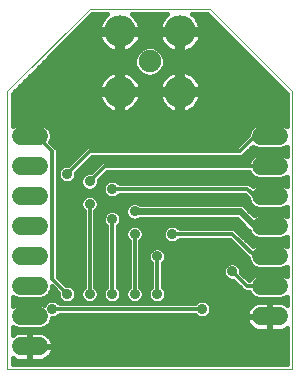
<source format=gbl>
G75*
%MOIN*%
%OFA0B0*%
%FSLAX25Y25*%
%IPPOS*%
%LPD*%
%AMOC8*
5,1,8,0,0,1.08239X$1,22.5*
%
%ADD10C,0.00000*%
%ADD11C,0.06000*%
%ADD12C,0.07500*%
%ADD13C,0.10500*%
%ADD14C,0.01600*%
%ADD15C,0.03562*%
%ADD16C,0.01200*%
%ADD17C,0.02400*%
D10*
X0001800Y0001800D02*
X0001800Y0094300D01*
X0029300Y0121800D01*
X0069300Y0121800D01*
X0096800Y0094300D01*
X0096800Y0001800D01*
X0001800Y0001800D01*
D11*
X0006300Y0009300D02*
X0012300Y0009300D01*
X0012300Y0019300D02*
X0006300Y0019300D01*
X0006300Y0029300D02*
X0012300Y0029300D01*
X0012300Y0039300D02*
X0006300Y0039300D01*
X0006300Y0049300D02*
X0012300Y0049300D01*
X0012300Y0059300D02*
X0006300Y0059300D01*
X0006300Y0069300D02*
X0012300Y0069300D01*
X0012300Y0079300D02*
X0006300Y0079300D01*
X0086300Y0079300D02*
X0092300Y0079300D01*
X0092300Y0069300D02*
X0086300Y0069300D01*
X0086300Y0059300D02*
X0092300Y0059300D01*
X0092300Y0049300D02*
X0086300Y0049300D01*
X0086300Y0039300D02*
X0092300Y0039300D01*
X0092300Y0029300D02*
X0086300Y0029300D01*
X0086300Y0019300D02*
X0092300Y0019300D01*
D12*
X0049300Y0104300D03*
D13*
X0059339Y0094261D03*
X0059339Y0114339D03*
X0039261Y0114339D03*
X0039261Y0094261D03*
D14*
X0038461Y0094514D02*
X0004559Y0094514D01*
X0003600Y0093554D02*
X0030046Y0120000D01*
X0035058Y0120000D01*
X0034603Y0119651D01*
X0033949Y0118997D01*
X0033387Y0118264D01*
X0032925Y0117464D01*
X0032571Y0116610D01*
X0032332Y0115717D01*
X0032256Y0115139D01*
X0038461Y0115139D01*
X0038461Y0113539D01*
X0032256Y0113539D01*
X0032332Y0112961D01*
X0032571Y0112068D01*
X0032925Y0111214D01*
X0033387Y0110414D01*
X0033949Y0109681D01*
X0034603Y0109027D01*
X0035336Y0108465D01*
X0036136Y0108002D01*
X0036990Y0107649D01*
X0037883Y0107410D01*
X0038461Y0107333D01*
X0038461Y0113539D01*
X0040061Y0113539D01*
X0040061Y0115139D01*
X0046267Y0115139D01*
X0046190Y0115717D01*
X0045951Y0116610D01*
X0045598Y0117464D01*
X0045135Y0118264D01*
X0044573Y0118997D01*
X0043919Y0119651D01*
X0043464Y0120000D01*
X0055136Y0120000D01*
X0054681Y0119651D01*
X0054027Y0118997D01*
X0053465Y0118264D01*
X0053002Y0117464D01*
X0052649Y0116610D01*
X0052410Y0115717D01*
X0052333Y0115139D01*
X0058539Y0115139D01*
X0058539Y0113539D01*
X0060139Y0113539D01*
X0060139Y0115139D01*
X0066344Y0115139D01*
X0066268Y0115717D01*
X0066029Y0116610D01*
X0065675Y0117464D01*
X0065213Y0118264D01*
X0064651Y0118997D01*
X0063997Y0119651D01*
X0063542Y0120000D01*
X0068554Y0120000D01*
X0095000Y0093554D01*
X0095000Y0082681D01*
X0094736Y0082945D01*
X0093155Y0083600D01*
X0085445Y0083600D01*
X0083864Y0082945D01*
X0082655Y0081736D01*
X0082000Y0080155D01*
X0082000Y0079687D01*
X0078513Y0076200D01*
X0028513Y0076200D01*
X0027400Y0075087D01*
X0022194Y0069881D01*
X0021187Y0069881D01*
X0020055Y0069412D01*
X0019188Y0068545D01*
X0018719Y0067413D01*
X0018719Y0066187D01*
X0019188Y0065055D01*
X0020055Y0064188D01*
X0021187Y0063719D01*
X0022413Y0063719D01*
X0023545Y0064188D01*
X0024412Y0065055D01*
X0024881Y0066187D01*
X0024881Y0067194D01*
X0030087Y0072400D01*
X0080087Y0072400D01*
X0081200Y0073513D01*
X0083603Y0075916D01*
X0083864Y0075655D01*
X0085445Y0075000D01*
X0093155Y0075000D01*
X0094736Y0075655D01*
X0095000Y0075919D01*
X0095000Y0072681D01*
X0094736Y0072945D01*
X0093155Y0073600D01*
X0085445Y0073600D01*
X0083864Y0072945D01*
X0082655Y0071736D01*
X0082433Y0071200D01*
X0033513Y0071200D01*
X0032400Y0070087D01*
X0029694Y0067381D01*
X0028687Y0067381D01*
X0027555Y0066912D01*
X0026688Y0066045D01*
X0026219Y0064913D01*
X0026219Y0063687D01*
X0026688Y0062555D01*
X0027555Y0061688D01*
X0028687Y0061219D01*
X0029913Y0061219D01*
X0031045Y0061688D01*
X0031912Y0062555D01*
X0032381Y0063687D01*
X0032381Y0064694D01*
X0035087Y0067400D01*
X0082433Y0067400D01*
X0082655Y0066864D01*
X0083864Y0065655D01*
X0085445Y0065000D01*
X0093155Y0065000D01*
X0094736Y0065655D01*
X0095000Y0065919D01*
X0095000Y0062681D01*
X0094736Y0062945D01*
X0093155Y0063600D01*
X0085445Y0063600D01*
X0083864Y0062945D01*
X0083603Y0062684D01*
X0082587Y0063700D01*
X0039257Y0063700D01*
X0038545Y0064412D01*
X0037413Y0064881D01*
X0036187Y0064881D01*
X0035055Y0064412D01*
X0034188Y0063545D01*
X0033719Y0062413D01*
X0033719Y0061187D01*
X0034188Y0060055D01*
X0035055Y0059188D01*
X0036187Y0058719D01*
X0037413Y0058719D01*
X0038545Y0059188D01*
X0039257Y0059900D01*
X0081013Y0059900D01*
X0082000Y0058913D01*
X0082000Y0058445D01*
X0082655Y0056864D01*
X0083864Y0055655D01*
X0085445Y0055000D01*
X0093155Y0055000D01*
X0094736Y0055655D01*
X0095000Y0055919D01*
X0095000Y0052681D01*
X0094736Y0052945D01*
X0093155Y0053600D01*
X0085445Y0053600D01*
X0084095Y0053041D01*
X0080716Y0056419D01*
X0079797Y0056800D01*
X0046157Y0056800D01*
X0046045Y0056912D01*
X0044913Y0057381D01*
X0043687Y0057381D01*
X0042555Y0056912D01*
X0041688Y0056045D01*
X0041219Y0054913D01*
X0041219Y0053687D01*
X0041688Y0052555D01*
X0042555Y0051688D01*
X0043687Y0051219D01*
X0044913Y0051219D01*
X0046045Y0051688D01*
X0046157Y0051800D01*
X0078264Y0051800D01*
X0082181Y0047884D01*
X0082269Y0047796D01*
X0082655Y0046864D01*
X0083864Y0045655D01*
X0085445Y0045000D01*
X0093155Y0045000D01*
X0094736Y0045655D01*
X0095000Y0045919D01*
X0095000Y0042681D01*
X0094736Y0042945D01*
X0093155Y0043600D01*
X0085445Y0043600D01*
X0083864Y0042945D01*
X0083603Y0042684D01*
X0077587Y0048700D01*
X0059257Y0048700D01*
X0058545Y0049412D01*
X0057413Y0049881D01*
X0056187Y0049881D01*
X0055055Y0049412D01*
X0054188Y0048545D01*
X0053719Y0047413D01*
X0053719Y0046187D01*
X0054188Y0045055D01*
X0055055Y0044188D01*
X0056187Y0043719D01*
X0057413Y0043719D01*
X0058545Y0044188D01*
X0059257Y0044900D01*
X0076013Y0044900D01*
X0082000Y0038913D01*
X0082000Y0038445D01*
X0082655Y0036864D01*
X0083864Y0035655D01*
X0085445Y0035000D01*
X0093155Y0035000D01*
X0094736Y0035655D01*
X0095000Y0035919D01*
X0095000Y0032681D01*
X0094736Y0032945D01*
X0093155Y0033600D01*
X0085445Y0033600D01*
X0083864Y0032945D01*
X0082655Y0031736D01*
X0082478Y0031309D01*
X0079881Y0033906D01*
X0079881Y0034913D01*
X0079412Y0036045D01*
X0078545Y0036912D01*
X0077413Y0037381D01*
X0076187Y0037381D01*
X0075055Y0036912D01*
X0074188Y0036045D01*
X0073719Y0034913D01*
X0073719Y0033687D01*
X0074188Y0032555D01*
X0075055Y0031688D01*
X0076187Y0031219D01*
X0077194Y0031219D01*
X0079900Y0028513D01*
X0081013Y0027400D01*
X0082433Y0027400D01*
X0082655Y0026864D01*
X0083864Y0025655D01*
X0085445Y0025000D01*
X0093155Y0025000D01*
X0094736Y0025655D01*
X0095000Y0025919D01*
X0095000Y0023271D01*
X0094816Y0023405D01*
X0094143Y0023748D01*
X0093424Y0023982D01*
X0092678Y0024100D01*
X0089500Y0024100D01*
X0089500Y0019500D01*
X0089100Y0019500D01*
X0089100Y0024100D01*
X0085922Y0024100D01*
X0085176Y0023982D01*
X0084457Y0023748D01*
X0083784Y0023405D01*
X0083173Y0022961D01*
X0082639Y0022427D01*
X0082195Y0021816D01*
X0081852Y0021143D01*
X0081618Y0020424D01*
X0081500Y0019678D01*
X0081500Y0019500D01*
X0089100Y0019500D01*
X0089100Y0019100D01*
X0089500Y0019100D01*
X0089500Y0014500D01*
X0092678Y0014500D01*
X0093424Y0014618D01*
X0094143Y0014852D01*
X0094816Y0015195D01*
X0095000Y0015329D01*
X0095000Y0003600D01*
X0003600Y0003600D01*
X0003600Y0005329D01*
X0003784Y0005195D01*
X0004457Y0004852D01*
X0005176Y0004618D01*
X0005922Y0004500D01*
X0009100Y0004500D01*
X0009100Y0009100D01*
X0009500Y0009100D01*
X0009500Y0009500D01*
X0009100Y0009500D01*
X0009100Y0014100D01*
X0005922Y0014100D01*
X0005176Y0013982D01*
X0004457Y0013748D01*
X0003784Y0013405D01*
X0003600Y0013271D01*
X0003600Y0015919D01*
X0003864Y0015655D01*
X0005445Y0015000D01*
X0013155Y0015000D01*
X0014736Y0015655D01*
X0015945Y0016864D01*
X0016600Y0018445D01*
X0016600Y0018719D01*
X0017413Y0018719D01*
X0018545Y0019188D01*
X0019257Y0019900D01*
X0064343Y0019900D01*
X0065055Y0019188D01*
X0066187Y0018719D01*
X0067413Y0018719D01*
X0068545Y0019188D01*
X0069412Y0020055D01*
X0069881Y0021187D01*
X0069881Y0022413D01*
X0069412Y0023545D01*
X0068545Y0024412D01*
X0067413Y0024881D01*
X0066187Y0024881D01*
X0065055Y0024412D01*
X0064343Y0023700D01*
X0019257Y0023700D01*
X0018545Y0024412D01*
X0017413Y0024881D01*
X0016187Y0024881D01*
X0015055Y0024412D01*
X0014188Y0023545D01*
X0014056Y0023227D01*
X0013155Y0023600D01*
X0005445Y0023600D01*
X0003864Y0022945D01*
X0003600Y0022681D01*
X0003600Y0025919D01*
X0003864Y0025655D01*
X0005445Y0025000D01*
X0013155Y0025000D01*
X0014736Y0025655D01*
X0015945Y0026864D01*
X0016600Y0028445D01*
X0016600Y0029313D01*
X0018719Y0027194D01*
X0018719Y0026187D01*
X0019188Y0025055D01*
X0020055Y0024188D01*
X0021187Y0023719D01*
X0022413Y0023719D01*
X0023545Y0024188D01*
X0024412Y0025055D01*
X0024881Y0026187D01*
X0024881Y0027413D01*
X0024412Y0028545D01*
X0023545Y0029412D01*
X0022413Y0029881D01*
X0021406Y0029881D01*
X0018700Y0032587D01*
X0018700Y0075087D01*
X0017587Y0076200D01*
X0016232Y0077555D01*
X0016600Y0078445D01*
X0016600Y0080155D01*
X0015945Y0081736D01*
X0014736Y0082945D01*
X0013155Y0083600D01*
X0005445Y0083600D01*
X0003864Y0082945D01*
X0003600Y0082681D01*
X0003600Y0093554D01*
X0003600Y0092915D02*
X0032327Y0092915D01*
X0032332Y0092883D02*
X0032571Y0091990D01*
X0032925Y0091136D01*
X0033387Y0090336D01*
X0033949Y0089603D01*
X0034603Y0088949D01*
X0035336Y0088387D01*
X0036136Y0087925D01*
X0036990Y0087571D01*
X0037883Y0087332D01*
X0038461Y0087255D01*
X0038461Y0093461D01*
X0040061Y0093461D01*
X0040061Y0087255D01*
X0040639Y0087332D01*
X0041532Y0087571D01*
X0042386Y0087925D01*
X0043186Y0088387D01*
X0043919Y0088949D01*
X0044573Y0089603D01*
X0045135Y0090336D01*
X0045598Y0091136D01*
X0045951Y0091990D01*
X0046190Y0092883D01*
X0046267Y0093461D01*
X0040061Y0093461D01*
X0040061Y0095061D01*
X0046267Y0095061D01*
X0046190Y0095639D01*
X0045951Y0096532D01*
X0045598Y0097386D01*
X0045135Y0098186D01*
X0044573Y0098919D01*
X0043919Y0099573D01*
X0043186Y0100135D01*
X0042386Y0100598D01*
X0041532Y0100951D01*
X0040639Y0101190D01*
X0040061Y0101267D01*
X0040061Y0095061D01*
X0038461Y0095061D01*
X0038461Y0093461D01*
X0032256Y0093461D01*
X0032332Y0092883D01*
X0032256Y0095061D02*
X0038461Y0095061D01*
X0038461Y0101267D01*
X0037883Y0101190D01*
X0036990Y0100951D01*
X0036136Y0100598D01*
X0035336Y0100135D01*
X0034603Y0099573D01*
X0033949Y0098919D01*
X0033387Y0098186D01*
X0032925Y0097386D01*
X0032571Y0096532D01*
X0032332Y0095639D01*
X0032256Y0095061D01*
X0032458Y0096112D02*
X0006158Y0096112D01*
X0007756Y0097711D02*
X0033112Y0097711D01*
X0034339Y0099309D02*
X0009355Y0099309D01*
X0010953Y0100908D02*
X0036885Y0100908D01*
X0038461Y0100908D02*
X0040061Y0100908D01*
X0040061Y0099309D02*
X0038461Y0099309D01*
X0038461Y0097711D02*
X0040061Y0097711D01*
X0040061Y0096112D02*
X0038461Y0096112D01*
X0040061Y0094514D02*
X0058539Y0094514D01*
X0058539Y0095061D02*
X0058539Y0093461D01*
X0060139Y0093461D01*
X0060139Y0095061D01*
X0066344Y0095061D01*
X0066268Y0095639D01*
X0066029Y0096532D01*
X0065675Y0097386D01*
X0065213Y0098186D01*
X0064651Y0098919D01*
X0063997Y0099573D01*
X0063264Y0100135D01*
X0062464Y0100598D01*
X0061610Y0100951D01*
X0060717Y0101190D01*
X0060139Y0101267D01*
X0060139Y0095061D01*
X0058539Y0095061D01*
X0058539Y0101267D01*
X0057961Y0101190D01*
X0057068Y0100951D01*
X0056214Y0100598D01*
X0055414Y0100135D01*
X0054681Y0099573D01*
X0054027Y0098919D01*
X0053465Y0098186D01*
X0053002Y0097386D01*
X0052649Y0096532D01*
X0052410Y0095639D01*
X0052333Y0095061D01*
X0058539Y0095061D01*
X0058539Y0096112D02*
X0060139Y0096112D01*
X0060139Y0094514D02*
X0094041Y0094514D01*
X0095000Y0092915D02*
X0066273Y0092915D01*
X0066268Y0092883D02*
X0066344Y0093461D01*
X0060139Y0093461D01*
X0060139Y0087255D01*
X0060717Y0087332D01*
X0061610Y0087571D01*
X0062464Y0087925D01*
X0063264Y0088387D01*
X0063997Y0088949D01*
X0064651Y0089603D01*
X0065213Y0090336D01*
X0065675Y0091136D01*
X0066029Y0091990D01*
X0066268Y0092883D01*
X0065750Y0091317D02*
X0095000Y0091317D01*
X0095000Y0089718D02*
X0064739Y0089718D01*
X0062802Y0088120D02*
X0095000Y0088120D01*
X0095000Y0086521D02*
X0003600Y0086521D01*
X0003600Y0088120D02*
X0035798Y0088120D01*
X0033861Y0089718D02*
X0003600Y0089718D01*
X0003600Y0091317D02*
X0032850Y0091317D01*
X0038461Y0091317D02*
X0040061Y0091317D01*
X0040061Y0089718D02*
X0038461Y0089718D01*
X0038461Y0088120D02*
X0040061Y0088120D01*
X0042724Y0088120D02*
X0055876Y0088120D01*
X0056214Y0087925D02*
X0055414Y0088387D01*
X0054681Y0088949D01*
X0054027Y0089603D01*
X0053465Y0090336D01*
X0053002Y0091136D01*
X0052649Y0091990D01*
X0052410Y0092883D01*
X0052333Y0093461D01*
X0058539Y0093461D01*
X0058539Y0087255D01*
X0057961Y0087332D01*
X0057068Y0087571D01*
X0056214Y0087925D01*
X0058539Y0088120D02*
X0060139Y0088120D01*
X0060139Y0089718D02*
X0058539Y0089718D01*
X0058539Y0091317D02*
X0060139Y0091317D01*
X0060139Y0092915D02*
X0058539Y0092915D01*
X0058539Y0097711D02*
X0060139Y0097711D01*
X0060139Y0099309D02*
X0058539Y0099309D01*
X0058539Y0100908D02*
X0060139Y0100908D01*
X0061715Y0100908D02*
X0087647Y0100908D01*
X0086048Y0102506D02*
X0054023Y0102506D01*
X0054350Y0103295D02*
X0053581Y0101439D01*
X0052161Y0100019D01*
X0050305Y0099250D01*
X0048295Y0099250D01*
X0046439Y0100019D01*
X0045019Y0101439D01*
X0044250Y0103295D01*
X0044250Y0105305D01*
X0045019Y0107161D01*
X0046439Y0108581D01*
X0048295Y0109350D01*
X0050305Y0109350D01*
X0052161Y0108581D01*
X0053581Y0107161D01*
X0054350Y0105305D01*
X0054350Y0103295D01*
X0054350Y0104105D02*
X0084450Y0104105D01*
X0082851Y0105703D02*
X0054185Y0105703D01*
X0053440Y0107302D02*
X0081253Y0107302D01*
X0079654Y0108900D02*
X0063832Y0108900D01*
X0063997Y0109027D02*
X0064651Y0109681D01*
X0065213Y0110414D01*
X0065675Y0111214D01*
X0066029Y0112068D01*
X0066268Y0112961D01*
X0066344Y0113539D01*
X0060139Y0113539D01*
X0060139Y0107333D01*
X0060717Y0107410D01*
X0061610Y0107649D01*
X0062464Y0108002D01*
X0063264Y0108465D01*
X0063997Y0109027D01*
X0065262Y0110499D02*
X0078056Y0110499D01*
X0076457Y0112097D02*
X0066037Y0112097D01*
X0066324Y0115294D02*
X0073260Y0115294D01*
X0074859Y0113696D02*
X0060139Y0113696D01*
X0060139Y0112097D02*
X0058539Y0112097D01*
X0058539Y0113539D02*
X0058539Y0107333D01*
X0057961Y0107410D01*
X0057068Y0107649D01*
X0056214Y0108002D01*
X0055414Y0108465D01*
X0054681Y0109027D01*
X0054027Y0109681D01*
X0053465Y0110414D01*
X0053002Y0111214D01*
X0052649Y0112068D01*
X0052410Y0112961D01*
X0052333Y0113539D01*
X0058539Y0113539D01*
X0058539Y0113696D02*
X0040061Y0113696D01*
X0040061Y0113539D02*
X0046267Y0113539D01*
X0046190Y0112961D01*
X0045951Y0112068D01*
X0045598Y0111214D01*
X0045135Y0110414D01*
X0044573Y0109681D01*
X0043919Y0109027D01*
X0043186Y0108465D01*
X0042386Y0108002D01*
X0041532Y0107649D01*
X0040639Y0107410D01*
X0040061Y0107333D01*
X0040061Y0113539D01*
X0040061Y0112097D02*
X0038461Y0112097D01*
X0038461Y0110499D02*
X0040061Y0110499D01*
X0040061Y0108900D02*
X0038461Y0108900D01*
X0038461Y0113696D02*
X0023741Y0113696D01*
X0022143Y0112097D02*
X0032563Y0112097D01*
X0033338Y0110499D02*
X0020544Y0110499D01*
X0018946Y0108900D02*
X0034768Y0108900D01*
X0032276Y0115294D02*
X0025340Y0115294D01*
X0026938Y0116893D02*
X0032688Y0116893D01*
X0033561Y0118491D02*
X0028537Y0118491D01*
X0017347Y0107302D02*
X0045160Y0107302D01*
X0044415Y0105703D02*
X0015749Y0105703D01*
X0014150Y0104105D02*
X0044250Y0104105D01*
X0044577Y0102506D02*
X0012552Y0102506D01*
X0003600Y0084923D02*
X0095000Y0084923D01*
X0095000Y0083324D02*
X0093821Y0083324D01*
X0093956Y0075332D02*
X0095000Y0075332D01*
X0095000Y0073733D02*
X0081420Y0073733D01*
X0081200Y0073513D02*
X0081200Y0073513D01*
X0083053Y0072134D02*
X0029821Y0072134D01*
X0028223Y0070536D02*
X0032849Y0070536D01*
X0031250Y0068937D02*
X0026624Y0068937D01*
X0025026Y0067339D02*
X0028585Y0067339D01*
X0026562Y0065740D02*
X0024696Y0065740D01*
X0023434Y0064142D02*
X0026219Y0064142D01*
X0026699Y0062543D02*
X0018700Y0062543D01*
X0018700Y0060945D02*
X0033819Y0060945D01*
X0033773Y0062543D02*
X0031901Y0062543D01*
X0032381Y0064142D02*
X0034785Y0064142D01*
X0033427Y0065740D02*
X0083778Y0065740D01*
X0082458Y0067339D02*
X0035026Y0067339D01*
X0038815Y0064142D02*
X0095000Y0064142D01*
X0095000Y0065740D02*
X0094822Y0065740D01*
X0095000Y0054551D02*
X0082585Y0054551D01*
X0083369Y0056149D02*
X0080986Y0056149D01*
X0082289Y0057748D02*
X0032242Y0057748D01*
X0032381Y0057413D02*
X0031912Y0058545D01*
X0031045Y0059412D01*
X0029913Y0059881D01*
X0028687Y0059881D01*
X0027555Y0059412D01*
X0026688Y0058545D01*
X0026219Y0057413D01*
X0026219Y0056187D01*
X0026688Y0055055D01*
X0027400Y0054343D01*
X0027400Y0029257D01*
X0026688Y0028545D01*
X0026219Y0027413D01*
X0026219Y0026187D01*
X0026688Y0025055D01*
X0027555Y0024188D01*
X0028687Y0023719D01*
X0029913Y0023719D01*
X0031045Y0024188D01*
X0031912Y0025055D01*
X0032381Y0026187D01*
X0032381Y0027413D01*
X0031912Y0028545D01*
X0031200Y0029257D01*
X0031200Y0054343D01*
X0031912Y0055055D01*
X0032381Y0056187D01*
X0032381Y0057413D01*
X0032365Y0056149D02*
X0041792Y0056149D01*
X0041219Y0054551D02*
X0038210Y0054551D01*
X0038545Y0054412D02*
X0039412Y0053545D01*
X0039881Y0052413D01*
X0039881Y0051187D01*
X0039412Y0050055D01*
X0038700Y0049343D01*
X0038700Y0029257D01*
X0039412Y0028545D01*
X0039881Y0027413D01*
X0039881Y0026187D01*
X0039412Y0025055D01*
X0038545Y0024188D01*
X0037413Y0023719D01*
X0036187Y0023719D01*
X0035055Y0024188D01*
X0034188Y0025055D01*
X0033719Y0026187D01*
X0033719Y0027413D01*
X0034188Y0028545D01*
X0034900Y0029257D01*
X0034900Y0049343D01*
X0034188Y0050055D01*
X0033719Y0051187D01*
X0033719Y0052413D01*
X0034188Y0053545D01*
X0035055Y0054412D01*
X0036187Y0054881D01*
X0037413Y0054881D01*
X0038545Y0054412D01*
X0039658Y0052952D02*
X0041523Y0052952D01*
X0039881Y0051354D02*
X0043361Y0051354D01*
X0043687Y0049881D02*
X0042555Y0049412D01*
X0041688Y0048545D01*
X0041219Y0047413D01*
X0041219Y0046187D01*
X0041688Y0045055D01*
X0042400Y0044343D01*
X0042400Y0029257D01*
X0041688Y0028545D01*
X0041219Y0027413D01*
X0041219Y0026187D01*
X0041688Y0025055D01*
X0042555Y0024188D01*
X0043687Y0023719D01*
X0044913Y0023719D01*
X0046045Y0024188D01*
X0046912Y0025055D01*
X0047381Y0026187D01*
X0047381Y0027413D01*
X0046912Y0028545D01*
X0046200Y0029257D01*
X0046200Y0044343D01*
X0046912Y0045055D01*
X0047381Y0046187D01*
X0047381Y0047413D01*
X0046912Y0048545D01*
X0046045Y0049412D01*
X0044913Y0049881D01*
X0043687Y0049881D01*
X0043384Y0049755D02*
X0039113Y0049755D01*
X0038700Y0048157D02*
X0041527Y0048157D01*
X0041219Y0046558D02*
X0038700Y0046558D01*
X0038700Y0044960D02*
X0041783Y0044960D01*
X0042400Y0043361D02*
X0038700Y0043361D01*
X0038700Y0041763D02*
X0042400Y0041763D01*
X0042400Y0040164D02*
X0038700Y0040164D01*
X0038700Y0038566D02*
X0042400Y0038566D01*
X0042400Y0036967D02*
X0038700Y0036967D01*
X0038700Y0035369D02*
X0042400Y0035369D01*
X0042400Y0033770D02*
X0038700Y0033770D01*
X0038700Y0032172D02*
X0042400Y0032172D01*
X0042400Y0030573D02*
X0038700Y0030573D01*
X0038983Y0028975D02*
X0042117Y0028975D01*
X0041219Y0027376D02*
X0039881Y0027376D01*
X0039711Y0025778D02*
X0041388Y0025778D01*
X0042576Y0024179D02*
X0038524Y0024179D01*
X0035076Y0024179D02*
X0031024Y0024179D01*
X0032211Y0025778D02*
X0033888Y0025778D01*
X0033719Y0027376D02*
X0032381Y0027376D01*
X0031483Y0028975D02*
X0034617Y0028975D01*
X0034900Y0030573D02*
X0031200Y0030573D01*
X0031200Y0032172D02*
X0034900Y0032172D01*
X0034900Y0033770D02*
X0031200Y0033770D01*
X0031200Y0035369D02*
X0034900Y0035369D01*
X0034900Y0036967D02*
X0031200Y0036967D01*
X0031200Y0038566D02*
X0034900Y0038566D01*
X0034900Y0040164D02*
X0031200Y0040164D01*
X0031200Y0041763D02*
X0034900Y0041763D01*
X0034900Y0043361D02*
X0031200Y0043361D01*
X0031200Y0044960D02*
X0034900Y0044960D01*
X0034900Y0046558D02*
X0031200Y0046558D01*
X0031200Y0048157D02*
X0034900Y0048157D01*
X0034487Y0049755D02*
X0031200Y0049755D01*
X0031200Y0051354D02*
X0033719Y0051354D01*
X0033942Y0052952D02*
X0031200Y0052952D01*
X0031408Y0054551D02*
X0035390Y0054551D01*
X0034896Y0059346D02*
X0031111Y0059346D01*
X0027489Y0059346D02*
X0018700Y0059346D01*
X0018700Y0057748D02*
X0026358Y0057748D01*
X0026235Y0056149D02*
X0018700Y0056149D01*
X0018700Y0054551D02*
X0027192Y0054551D01*
X0027400Y0052952D02*
X0018700Y0052952D01*
X0018700Y0051354D02*
X0027400Y0051354D01*
X0027400Y0049755D02*
X0018700Y0049755D01*
X0018700Y0048157D02*
X0027400Y0048157D01*
X0027400Y0046558D02*
X0018700Y0046558D01*
X0018700Y0044960D02*
X0027400Y0044960D01*
X0027400Y0043361D02*
X0018700Y0043361D01*
X0018700Y0041763D02*
X0027400Y0041763D01*
X0027400Y0040164D02*
X0018700Y0040164D01*
X0018700Y0038566D02*
X0027400Y0038566D01*
X0027400Y0036967D02*
X0018700Y0036967D01*
X0018700Y0035369D02*
X0027400Y0035369D01*
X0027400Y0033770D02*
X0018700Y0033770D01*
X0019115Y0032172D02*
X0027400Y0032172D01*
X0027400Y0030573D02*
X0020714Y0030573D01*
X0023983Y0028975D02*
X0027117Y0028975D01*
X0026219Y0027376D02*
X0024881Y0027376D01*
X0024711Y0025778D02*
X0026388Y0025778D01*
X0027576Y0024179D02*
X0023524Y0024179D01*
X0020076Y0024179D02*
X0018778Y0024179D01*
X0018888Y0025778D02*
X0014859Y0025778D01*
X0014822Y0024179D02*
X0003600Y0024179D01*
X0003600Y0025778D02*
X0003741Y0025778D01*
X0003600Y0014588D02*
X0085366Y0014588D01*
X0085176Y0014618D02*
X0085922Y0014500D01*
X0089100Y0014500D01*
X0089100Y0019100D01*
X0081500Y0019100D01*
X0081500Y0018922D01*
X0081618Y0018176D01*
X0081852Y0017457D01*
X0082195Y0016784D01*
X0082639Y0016173D01*
X0083173Y0015639D01*
X0083784Y0015195D01*
X0084457Y0014852D01*
X0085176Y0014618D01*
X0082629Y0016187D02*
X0015268Y0016187D01*
X0016327Y0017785D02*
X0081745Y0017785D01*
X0081800Y0020982D02*
X0069796Y0020982D01*
X0068741Y0019384D02*
X0089100Y0019384D01*
X0089100Y0020982D02*
X0089500Y0020982D01*
X0089500Y0022581D02*
X0089100Y0022581D01*
X0089100Y0017785D02*
X0089500Y0017785D01*
X0089500Y0016187D02*
X0089100Y0016187D01*
X0089100Y0014588D02*
X0089500Y0014588D01*
X0093234Y0014588D02*
X0095000Y0014588D01*
X0095000Y0012990D02*
X0015388Y0012990D01*
X0015427Y0012961D02*
X0014816Y0013405D01*
X0014143Y0013748D01*
X0013424Y0013982D01*
X0012678Y0014100D01*
X0009500Y0014100D01*
X0009500Y0009500D01*
X0017100Y0009500D01*
X0017100Y0009678D01*
X0016982Y0010424D01*
X0016748Y0011143D01*
X0016405Y0011816D01*
X0015961Y0012427D01*
X0015427Y0012961D01*
X0016622Y0011391D02*
X0095000Y0011391D01*
X0095000Y0009793D02*
X0017082Y0009793D01*
X0017100Y0009100D02*
X0009500Y0009100D01*
X0009500Y0004500D01*
X0012678Y0004500D01*
X0013424Y0004618D01*
X0014143Y0004852D01*
X0014816Y0005195D01*
X0015427Y0005639D01*
X0015961Y0006173D01*
X0016405Y0006784D01*
X0016748Y0007457D01*
X0016982Y0008176D01*
X0017100Y0008922D01*
X0017100Y0009100D01*
X0016985Y0008194D02*
X0095000Y0008194D01*
X0095000Y0006596D02*
X0016268Y0006596D01*
X0014428Y0004997D02*
X0095000Y0004997D01*
X0082792Y0022581D02*
X0069812Y0022581D01*
X0068778Y0024179D02*
X0095000Y0024179D01*
X0095000Y0025778D02*
X0094859Y0025778D01*
X0095000Y0033770D02*
X0080017Y0033770D01*
X0079692Y0035369D02*
X0084554Y0035369D01*
X0082612Y0036967D02*
X0078412Y0036967D01*
X0075188Y0036967D02*
X0053825Y0036967D01*
X0053700Y0036843D02*
X0054412Y0037555D01*
X0054881Y0038687D01*
X0054881Y0039913D01*
X0054412Y0041045D01*
X0053545Y0041912D01*
X0052413Y0042381D01*
X0051187Y0042381D01*
X0050055Y0041912D01*
X0049188Y0041045D01*
X0048719Y0039913D01*
X0048719Y0038687D01*
X0049188Y0037555D01*
X0049900Y0036843D01*
X0049900Y0029257D01*
X0049188Y0028545D01*
X0048719Y0027413D01*
X0048719Y0026187D01*
X0049188Y0025055D01*
X0050055Y0024188D01*
X0051187Y0023719D01*
X0052413Y0023719D01*
X0053545Y0024188D01*
X0054412Y0025055D01*
X0054881Y0026187D01*
X0054881Y0027413D01*
X0054412Y0028545D01*
X0053700Y0029257D01*
X0053700Y0036843D01*
X0053700Y0035369D02*
X0073908Y0035369D01*
X0073719Y0033770D02*
X0053700Y0033770D01*
X0053700Y0032172D02*
X0074571Y0032172D01*
X0077840Y0030573D02*
X0053700Y0030573D01*
X0053983Y0028975D02*
X0079438Y0028975D01*
X0082443Y0027376D02*
X0054881Y0027376D01*
X0054711Y0025778D02*
X0083741Y0025778D01*
X0083091Y0032172D02*
X0081615Y0032172D01*
X0082000Y0038566D02*
X0054831Y0038566D01*
X0054777Y0040164D02*
X0080749Y0040164D01*
X0079150Y0041763D02*
X0053695Y0041763D01*
X0054283Y0044960D02*
X0046817Y0044960D01*
X0047381Y0046558D02*
X0053719Y0046558D01*
X0054027Y0048157D02*
X0047073Y0048157D01*
X0045216Y0049755D02*
X0055884Y0049755D01*
X0057716Y0049755D02*
X0080309Y0049755D01*
X0081908Y0048157D02*
X0078130Y0048157D01*
X0079729Y0046558D02*
X0082961Y0046558D01*
X0081327Y0044960D02*
X0095000Y0044960D01*
X0095000Y0043361D02*
X0093732Y0043361D01*
X0094046Y0035369D02*
X0095000Y0035369D01*
X0084868Y0043361D02*
X0082926Y0043361D01*
X0077552Y0043361D02*
X0046200Y0043361D01*
X0046200Y0041763D02*
X0049905Y0041763D01*
X0048823Y0040164D02*
X0046200Y0040164D01*
X0046200Y0038566D02*
X0048769Y0038566D01*
X0049775Y0036967D02*
X0046200Y0036967D01*
X0046200Y0035369D02*
X0049900Y0035369D01*
X0049900Y0033770D02*
X0046200Y0033770D01*
X0046200Y0032172D02*
X0049900Y0032172D01*
X0049900Y0030573D02*
X0046200Y0030573D01*
X0046483Y0028975D02*
X0049617Y0028975D01*
X0048719Y0027376D02*
X0047381Y0027376D01*
X0047211Y0025778D02*
X0048888Y0025778D01*
X0050076Y0024179D02*
X0046024Y0024179D01*
X0053524Y0024179D02*
X0064822Y0024179D01*
X0064859Y0019384D02*
X0018741Y0019384D01*
X0018537Y0027376D02*
X0016157Y0027376D01*
X0016600Y0028975D02*
X0016938Y0028975D01*
X0009500Y0012990D02*
X0009100Y0012990D01*
X0009100Y0011391D02*
X0009500Y0011391D01*
X0009500Y0009793D02*
X0009100Y0009793D01*
X0009100Y0008194D02*
X0009500Y0008194D01*
X0009500Y0006596D02*
X0009100Y0006596D01*
X0009100Y0004997D02*
X0009500Y0004997D01*
X0004172Y0004997D02*
X0003600Y0004997D01*
X0045239Y0051354D02*
X0078711Y0051354D01*
X0081567Y0059346D02*
X0038704Y0059346D01*
X0027645Y0075332D02*
X0018455Y0075332D01*
X0018700Y0073733D02*
X0026046Y0073733D01*
X0024448Y0072134D02*
X0018700Y0072134D01*
X0018700Y0070536D02*
X0022849Y0070536D01*
X0019580Y0068937D02*
X0018700Y0068937D01*
X0018700Y0067339D02*
X0018719Y0067339D01*
X0018700Y0065740D02*
X0018904Y0065740D01*
X0018700Y0064142D02*
X0020166Y0064142D01*
X0016857Y0076930D02*
X0079243Y0076930D01*
X0080842Y0078529D02*
X0016600Y0078529D01*
X0016600Y0080127D02*
X0082000Y0080127D01*
X0082650Y0081726D02*
X0015950Y0081726D01*
X0013821Y0083324D02*
X0084779Y0083324D01*
X0084644Y0075332D02*
X0083019Y0075332D01*
X0092442Y0096112D02*
X0066142Y0096112D01*
X0065488Y0097711D02*
X0090844Y0097711D01*
X0089245Y0099309D02*
X0064261Y0099309D01*
X0056963Y0100908D02*
X0053049Y0100908D01*
X0054417Y0099309D02*
X0050447Y0099309D01*
X0053190Y0097711D02*
X0045410Y0097711D01*
X0046064Y0096112D02*
X0052536Y0096112D01*
X0052405Y0092915D02*
X0046195Y0092915D01*
X0045672Y0091317D02*
X0052928Y0091317D01*
X0053939Y0089718D02*
X0044661Y0089718D01*
X0040061Y0092915D02*
X0038461Y0092915D01*
X0044183Y0099309D02*
X0048153Y0099309D01*
X0045551Y0100908D02*
X0041637Y0100908D01*
X0043754Y0108900D02*
X0047210Y0108900D01*
X0045185Y0110499D02*
X0053415Y0110499D01*
X0052641Y0112097D02*
X0045959Y0112097D01*
X0046246Y0115294D02*
X0052354Y0115294D01*
X0052766Y0116893D02*
X0045834Y0116893D01*
X0044961Y0118491D02*
X0053639Y0118491D01*
X0058539Y0110499D02*
X0060139Y0110499D01*
X0060139Y0108900D02*
X0058539Y0108900D01*
X0054846Y0108900D02*
X0051390Y0108900D01*
X0065039Y0118491D02*
X0070063Y0118491D01*
X0071662Y0116893D02*
X0065912Y0116893D01*
X0094719Y0052952D02*
X0095000Y0052952D01*
X0004779Y0083324D02*
X0003600Y0083324D01*
D15*
X0009300Y0094300D03*
X0014300Y0099300D03*
X0019300Y0104300D03*
X0024300Y0109300D03*
X0029300Y0114300D03*
X0021800Y0066800D03*
X0029300Y0064300D03*
X0029300Y0056800D03*
X0021800Y0051800D03*
X0036800Y0051800D03*
X0044300Y0054300D03*
X0044300Y0046800D03*
X0051800Y0039300D03*
X0056800Y0046800D03*
X0051800Y0026800D03*
X0044300Y0026800D03*
X0036800Y0026800D03*
X0029300Y0026800D03*
X0021800Y0026800D03*
X0016800Y0021800D03*
X0036800Y0061800D03*
X0066800Y0021800D03*
X0076800Y0034300D03*
X0089300Y0009300D03*
X0089300Y0094300D03*
X0084300Y0099300D03*
X0079300Y0104300D03*
X0074300Y0109300D03*
X0069300Y0114300D03*
D16*
X0084300Y0079300D02*
X0089300Y0079300D01*
X0084300Y0079300D02*
X0079300Y0074300D01*
X0029300Y0074300D01*
X0021800Y0066800D01*
X0016800Y0074300D02*
X0016800Y0031800D01*
X0021800Y0026800D01*
X0016800Y0021800D02*
X0066800Y0021800D01*
X0076800Y0034300D02*
X0081800Y0029300D01*
X0089300Y0029300D01*
X0089300Y0039300D02*
X0084300Y0039300D01*
X0076800Y0046800D01*
X0056800Y0046800D01*
X0051800Y0039300D02*
X0051800Y0026800D01*
X0044300Y0026800D02*
X0044300Y0046800D01*
X0036800Y0051800D02*
X0036800Y0026800D01*
X0029300Y0026800D02*
X0029300Y0056800D01*
X0029300Y0064300D02*
X0034300Y0069300D01*
X0089300Y0069300D01*
X0081800Y0061800D02*
X0084300Y0059300D01*
X0089300Y0059300D01*
X0081800Y0061800D02*
X0036800Y0061800D01*
X0016800Y0074300D02*
X0011800Y0079300D01*
X0009300Y0079300D01*
D17*
X0044300Y0054300D02*
X0079300Y0054300D01*
X0084300Y0049300D01*
X0089300Y0049300D01*
M02*

</source>
